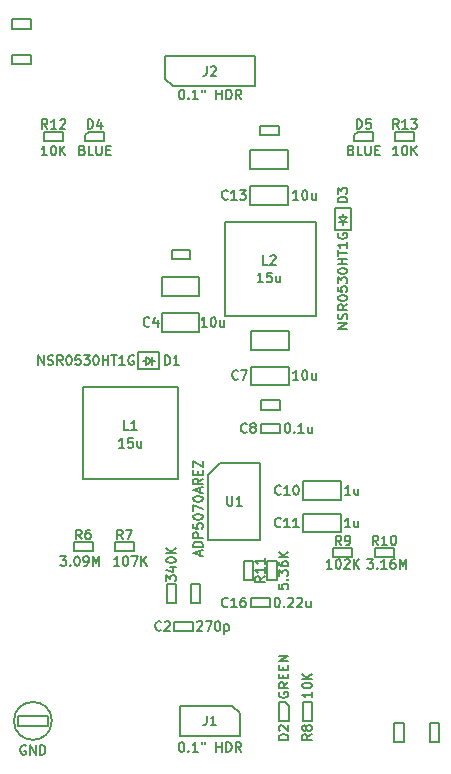
<source format=gbr>
G04 #@! TF.GenerationSoftware,KiCad,Pcbnew,5.1.4*
G04 #@! TF.CreationDate,2019-11-05T22:35:51-05:00*
G04 #@! TF.ProjectId,24_regulator_demo,32345f72-6567-4756-9c61-746f725f6465,rev?*
G04 #@! TF.SameCoordinates,Original*
G04 #@! TF.FileFunction,Other,Fab,Top*
%FSLAX46Y46*%
G04 Gerber Fmt 4.6, Leading zero omitted, Abs format (unit mm)*
G04 Created by KiCad (PCBNEW 5.1.4) date 2019-11-05 22:35:51*
%MOMM*%
%LPD*%
G04 APERTURE LIST*
%ADD10C,0.150000*%
G04 APERTURE END LIST*
D10*
X229866666Y-126361904D02*
X229485714Y-126361904D01*
X229485714Y-125561904D01*
X230095238Y-125638095D02*
X230133333Y-125600000D01*
X230209523Y-125561904D01*
X230400000Y-125561904D01*
X230476190Y-125600000D01*
X230514285Y-125638095D01*
X230552380Y-125714285D01*
X230552380Y-125790476D01*
X230514285Y-125904761D01*
X230057142Y-126361904D01*
X230552380Y-126361904D01*
X218116666Y-140361904D02*
X217735714Y-140361904D01*
X217735714Y-139561904D01*
X218802380Y-140361904D02*
X218345238Y-140361904D01*
X218573809Y-140361904D02*
X218573809Y-139561904D01*
X218497619Y-139676190D01*
X218421428Y-139752380D01*
X218345238Y-139790476D01*
X214250000Y-144500000D02*
X214250000Y-136750000D01*
X222250000Y-144500000D02*
X214250000Y-144500000D01*
X222250000Y-136750000D02*
X222250000Y-144500000D01*
X214250000Y-136750000D02*
X222250000Y-136750000D01*
X226250000Y-130750000D02*
X226250000Y-122750000D01*
X234000000Y-130750000D02*
X226250000Y-130750000D01*
X234000000Y-122750000D02*
X234000000Y-130750000D01*
X226250000Y-122750000D02*
X234000000Y-122750000D01*
X223350000Y-153450000D02*
X224150000Y-153450000D01*
X224150000Y-153450000D02*
X224150000Y-155050000D01*
X224150000Y-155050000D02*
X223350000Y-155050000D01*
X223350000Y-155050000D02*
X223350000Y-153450000D01*
X221950000Y-156600000D02*
X223550000Y-156600000D01*
X221950000Y-157400000D02*
X221950000Y-156600000D01*
X223550000Y-157400000D02*
X221950000Y-157400000D01*
X223550000Y-156600000D02*
X223550000Y-157400000D01*
X223337500Y-125900000D02*
X221737500Y-125900000D01*
X223337500Y-125100000D02*
X223337500Y-125900000D01*
X221737500Y-125100000D02*
X223337500Y-125100000D01*
X221737500Y-125900000D02*
X221737500Y-125100000D01*
X229300000Y-139850000D02*
X230900000Y-139850000D01*
X229300000Y-140650000D02*
X229300000Y-139850000D01*
X230900000Y-140650000D02*
X229300000Y-140650000D01*
X230900000Y-139850000D02*
X230900000Y-140650000D01*
X229300000Y-137850000D02*
X230900000Y-137850000D01*
X229300000Y-138650000D02*
X229300000Y-137850000D01*
X230900000Y-138650000D02*
X229300000Y-138650000D01*
X230900000Y-137850000D02*
X230900000Y-138650000D01*
X229200000Y-115400000D02*
X229200000Y-114600000D01*
X229200000Y-114600000D02*
X230800000Y-114600000D01*
X230800000Y-114600000D02*
X230800000Y-115400000D01*
X230800000Y-115400000D02*
X229200000Y-115400000D01*
X227850000Y-151450000D02*
X228650000Y-151450000D01*
X228650000Y-151450000D02*
X228650000Y-153050000D01*
X228650000Y-153050000D02*
X227850000Y-153050000D01*
X227850000Y-153050000D02*
X227850000Y-151450000D01*
X228450000Y-155400000D02*
X228450000Y-154600000D01*
X228450000Y-154600000D02*
X230050000Y-154600000D01*
X230050000Y-154600000D02*
X230050000Y-155400000D01*
X230050000Y-155400000D02*
X228450000Y-155400000D01*
X220700000Y-135200000D02*
X218900000Y-135200000D01*
X218900000Y-135200000D02*
X218900000Y-133800000D01*
X218900000Y-133800000D02*
X220700000Y-133800000D01*
X220700000Y-133800000D02*
X220700000Y-135200000D01*
X220100000Y-134850000D02*
X220100000Y-134150000D01*
X220100000Y-134500000D02*
X220300000Y-134500000D01*
X220100000Y-134500000D02*
X219600000Y-134850000D01*
X219600000Y-134850000D02*
X219600000Y-134150000D01*
X219600000Y-134150000D02*
X220100000Y-134500000D01*
X219600000Y-134500000D02*
X219350000Y-134500000D01*
X231650000Y-165012500D02*
X231650000Y-163712500D01*
X231650000Y-163712500D02*
X231350000Y-163412500D01*
X231350000Y-163412500D02*
X230850000Y-163412500D01*
X230850000Y-163412500D02*
X230850000Y-165012500D01*
X230850000Y-165012500D02*
X231650000Y-165012500D01*
X236250000Y-122300000D02*
X236250000Y-122050000D01*
X236600000Y-122300000D02*
X236250000Y-122800000D01*
X235900000Y-122300000D02*
X236600000Y-122300000D01*
X236250000Y-122800000D02*
X235900000Y-122300000D01*
X236250000Y-122800000D02*
X236250000Y-123000000D01*
X235900000Y-122800000D02*
X236600000Y-122800000D01*
X236950000Y-123400000D02*
X235550000Y-123400000D01*
X236950000Y-121600000D02*
X236950000Y-123400000D01*
X235550000Y-121600000D02*
X236950000Y-121600000D01*
X235550000Y-123400000D02*
X235550000Y-121600000D01*
X216050000Y-115900000D02*
X216050000Y-115100000D01*
X214450000Y-115900000D02*
X216050000Y-115900000D01*
X214450000Y-115400000D02*
X214450000Y-115900000D01*
X214750000Y-115100000D02*
X214450000Y-115400000D01*
X216050000Y-115100000D02*
X214750000Y-115100000D01*
X238800000Y-115100000D02*
X237500000Y-115100000D01*
X237500000Y-115100000D02*
X237200000Y-115400000D01*
X237200000Y-115400000D02*
X237200000Y-115900000D01*
X237200000Y-115900000D02*
X238800000Y-115900000D01*
X238800000Y-115900000D02*
X238800000Y-115100000D01*
X227520000Y-164365000D02*
X227520000Y-166270000D01*
X227520000Y-166270000D02*
X222440000Y-166270000D01*
X222440000Y-166270000D02*
X222440000Y-163730000D01*
X222440000Y-163730000D02*
X226885000Y-163730000D01*
X226885000Y-163730000D02*
X227520000Y-164365000D01*
X221190000Y-110635000D02*
X221190000Y-108730000D01*
X221190000Y-108730000D02*
X228810000Y-108730000D01*
X228810000Y-108730000D02*
X228810000Y-111270000D01*
X228810000Y-111270000D02*
X221825000Y-111270000D01*
X221825000Y-111270000D02*
X221190000Y-110635000D01*
X222150000Y-155050000D02*
X221350000Y-155050000D01*
X221350000Y-155050000D02*
X221350000Y-153450000D01*
X221350000Y-153450000D02*
X222150000Y-153450000D01*
X222150000Y-153450000D02*
X222150000Y-155050000D01*
X215050000Y-150650000D02*
X213450000Y-150650000D01*
X215050000Y-149850000D02*
X215050000Y-150650000D01*
X213450000Y-149850000D02*
X215050000Y-149850000D01*
X213450000Y-150650000D02*
X213450000Y-149850000D01*
X216950000Y-150650000D02*
X216950000Y-149850000D01*
X216950000Y-149850000D02*
X218550000Y-149850000D01*
X218550000Y-149850000D02*
X218550000Y-150650000D01*
X218550000Y-150650000D02*
X216950000Y-150650000D01*
X232850000Y-165012500D02*
X232850000Y-163412500D01*
X233650000Y-165012500D02*
X232850000Y-165012500D01*
X233650000Y-163412500D02*
X233650000Y-165012500D01*
X232850000Y-163412500D02*
X233650000Y-163412500D01*
X237050000Y-151150000D02*
X235450000Y-151150000D01*
X237050000Y-150350000D02*
X237050000Y-151150000D01*
X235450000Y-150350000D02*
X237050000Y-150350000D01*
X235450000Y-151150000D02*
X235450000Y-150350000D01*
X238987500Y-151150000D02*
X238987500Y-150350000D01*
X238987500Y-150350000D02*
X240587500Y-150350000D01*
X240587500Y-150350000D02*
X240587500Y-151150000D01*
X240587500Y-151150000D02*
X238987500Y-151150000D01*
X230650000Y-153050000D02*
X229850000Y-153050000D01*
X229850000Y-153050000D02*
X229850000Y-151450000D01*
X229850000Y-151450000D02*
X230650000Y-151450000D01*
X230650000Y-151450000D02*
X230650000Y-153050000D01*
X210950000Y-115100000D02*
X212550000Y-115100000D01*
X210950000Y-115900000D02*
X210950000Y-115100000D01*
X212550000Y-115900000D02*
X210950000Y-115900000D01*
X212550000Y-115100000D02*
X212550000Y-115900000D01*
X240700000Y-115100000D02*
X242300000Y-115100000D01*
X240700000Y-115900000D02*
X240700000Y-115100000D01*
X242300000Y-115900000D02*
X240700000Y-115900000D01*
X242300000Y-115100000D02*
X242300000Y-115900000D01*
X208750000Y-164600000D02*
X211250000Y-164600000D01*
X211250000Y-164600000D02*
X211250000Y-165400000D01*
X211250000Y-165400000D02*
X208750000Y-165400000D01*
X208750000Y-165400000D02*
X208750000Y-164600000D01*
X211600000Y-165000000D02*
G75*
G03X211600000Y-165000000I-1600000J0D01*
G01*
X225850000Y-143175000D02*
X229250000Y-143175000D01*
X229250000Y-143175000D02*
X229250000Y-149675000D01*
X229250000Y-149675000D02*
X224850000Y-149675000D01*
X224850000Y-149675000D02*
X224850000Y-144175000D01*
X224850000Y-144175000D02*
X225850000Y-143175000D01*
X224100000Y-129050000D02*
X220900000Y-129050000D01*
X224100000Y-127450000D02*
X224100000Y-129050000D01*
X220900000Y-127450000D02*
X224100000Y-127450000D01*
X220900000Y-129050000D02*
X220900000Y-127450000D01*
X220900000Y-132050000D02*
X220900000Y-130450000D01*
X220900000Y-130450000D02*
X224100000Y-130450000D01*
X224100000Y-130450000D02*
X224100000Y-132050000D01*
X224100000Y-132050000D02*
X220900000Y-132050000D01*
X231700000Y-132000000D02*
X231700000Y-133600000D01*
X231700000Y-133600000D02*
X228500000Y-133600000D01*
X228500000Y-133600000D02*
X228500000Y-132000000D01*
X228500000Y-132000000D02*
X231700000Y-132000000D01*
X228500000Y-135000000D02*
X231700000Y-135000000D01*
X228500000Y-136600000D02*
X228500000Y-135000000D01*
X231700000Y-136600000D02*
X228500000Y-136600000D01*
X231700000Y-135000000D02*
X231700000Y-136600000D01*
X232900000Y-146300000D02*
X232900000Y-144700000D01*
X232900000Y-144700000D02*
X236100000Y-144700000D01*
X236100000Y-144700000D02*
X236100000Y-146300000D01*
X236100000Y-146300000D02*
X232900000Y-146300000D01*
X231600000Y-118300000D02*
X228400000Y-118300000D01*
X231600000Y-116700000D02*
X231600000Y-118300000D01*
X228400000Y-116700000D02*
X231600000Y-116700000D01*
X228400000Y-118300000D02*
X228400000Y-116700000D01*
X228400000Y-121300000D02*
X228400000Y-119700000D01*
X228400000Y-119700000D02*
X231600000Y-119700000D01*
X231600000Y-119700000D02*
X231600000Y-121300000D01*
X231600000Y-121300000D02*
X228400000Y-121300000D01*
X232900000Y-149050000D02*
X232900000Y-147450000D01*
X232900000Y-147450000D02*
X236100000Y-147450000D01*
X236100000Y-147450000D02*
X236100000Y-149050000D01*
X236100000Y-149050000D02*
X232900000Y-149050000D01*
X240600000Y-166800000D02*
X240600000Y-165200000D01*
X241400000Y-166800000D02*
X240600000Y-166800000D01*
X241400000Y-165200000D02*
X241400000Y-166800000D01*
X240600000Y-165200000D02*
X241400000Y-165200000D01*
X243600000Y-165200000D02*
X244400000Y-165200000D01*
X244400000Y-165200000D02*
X244400000Y-166800000D01*
X244400000Y-166800000D02*
X243600000Y-166800000D01*
X243600000Y-166800000D02*
X243600000Y-165200000D01*
X209800000Y-106400000D02*
X208200000Y-106400000D01*
X209800000Y-105600000D02*
X209800000Y-106400000D01*
X208200000Y-105600000D02*
X209800000Y-105600000D01*
X208200000Y-106400000D02*
X208200000Y-105600000D01*
X208200000Y-109400000D02*
X208200000Y-108600000D01*
X208200000Y-108600000D02*
X209800000Y-108600000D01*
X209800000Y-108600000D02*
X209800000Y-109400000D01*
X209800000Y-109400000D02*
X208200000Y-109400000D01*
X223897619Y-156638095D02*
X223935714Y-156600000D01*
X224011904Y-156561904D01*
X224202380Y-156561904D01*
X224278571Y-156600000D01*
X224316666Y-156638095D01*
X224354761Y-156714285D01*
X224354761Y-156790476D01*
X224316666Y-156904761D01*
X223859523Y-157361904D01*
X224354761Y-157361904D01*
X224621428Y-156561904D02*
X225154761Y-156561904D01*
X224811904Y-157361904D01*
X225611904Y-156561904D02*
X225688095Y-156561904D01*
X225764285Y-156600000D01*
X225802380Y-156638095D01*
X225840476Y-156714285D01*
X225878571Y-156866666D01*
X225878571Y-157057142D01*
X225840476Y-157209523D01*
X225802380Y-157285714D01*
X225764285Y-157323809D01*
X225688095Y-157361904D01*
X225611904Y-157361904D01*
X225535714Y-157323809D01*
X225497619Y-157285714D01*
X225459523Y-157209523D01*
X225421428Y-157057142D01*
X225421428Y-156866666D01*
X225459523Y-156714285D01*
X225497619Y-156638095D01*
X225535714Y-156600000D01*
X225611904Y-156561904D01*
X226221428Y-156828571D02*
X226221428Y-157628571D01*
X226221428Y-156866666D02*
X226297619Y-156828571D01*
X226450000Y-156828571D01*
X226526190Y-156866666D01*
X226564285Y-156904761D01*
X226602380Y-156980952D01*
X226602380Y-157209523D01*
X226564285Y-157285714D01*
X226526190Y-157323809D01*
X226450000Y-157361904D01*
X226297619Y-157361904D01*
X226221428Y-157323809D01*
X220866666Y-157285714D02*
X220828571Y-157323809D01*
X220714285Y-157361904D01*
X220638095Y-157361904D01*
X220523809Y-157323809D01*
X220447619Y-157247619D01*
X220409523Y-157171428D01*
X220371428Y-157019047D01*
X220371428Y-156904761D01*
X220409523Y-156752380D01*
X220447619Y-156676190D01*
X220523809Y-156600000D01*
X220638095Y-156561904D01*
X220714285Y-156561904D01*
X220828571Y-156600000D01*
X220866666Y-156638095D01*
X221171428Y-156638095D02*
X221209523Y-156600000D01*
X221285714Y-156561904D01*
X221476190Y-156561904D01*
X221552380Y-156600000D01*
X221590476Y-156638095D01*
X221628571Y-156714285D01*
X221628571Y-156790476D01*
X221590476Y-156904761D01*
X221133333Y-157361904D01*
X221628571Y-157361904D01*
X231528571Y-139811904D02*
X231604761Y-139811904D01*
X231680952Y-139850000D01*
X231719047Y-139888095D01*
X231757142Y-139964285D01*
X231795238Y-140116666D01*
X231795238Y-140307142D01*
X231757142Y-140459523D01*
X231719047Y-140535714D01*
X231680952Y-140573809D01*
X231604761Y-140611904D01*
X231528571Y-140611904D01*
X231452380Y-140573809D01*
X231414285Y-140535714D01*
X231376190Y-140459523D01*
X231338095Y-140307142D01*
X231338095Y-140116666D01*
X231376190Y-139964285D01*
X231414285Y-139888095D01*
X231452380Y-139850000D01*
X231528571Y-139811904D01*
X232138095Y-140535714D02*
X232176190Y-140573809D01*
X232138095Y-140611904D01*
X232100000Y-140573809D01*
X232138095Y-140535714D01*
X232138095Y-140611904D01*
X232938095Y-140611904D02*
X232480952Y-140611904D01*
X232709523Y-140611904D02*
X232709523Y-139811904D01*
X232633333Y-139926190D01*
X232557142Y-140002380D01*
X232480952Y-140040476D01*
X233623809Y-140078571D02*
X233623809Y-140611904D01*
X233280952Y-140078571D02*
X233280952Y-140497619D01*
X233319047Y-140573809D01*
X233395238Y-140611904D01*
X233509523Y-140611904D01*
X233585714Y-140573809D01*
X233623809Y-140535714D01*
X228116666Y-140535714D02*
X228078571Y-140573809D01*
X227964285Y-140611904D01*
X227888095Y-140611904D01*
X227773809Y-140573809D01*
X227697619Y-140497619D01*
X227659523Y-140421428D01*
X227621428Y-140269047D01*
X227621428Y-140154761D01*
X227659523Y-140002380D01*
X227697619Y-139926190D01*
X227773809Y-139850000D01*
X227888095Y-139811904D01*
X227964285Y-139811904D01*
X228078571Y-139850000D01*
X228116666Y-139888095D01*
X228573809Y-140154761D02*
X228497619Y-140116666D01*
X228459523Y-140078571D01*
X228421428Y-140002380D01*
X228421428Y-139964285D01*
X228459523Y-139888095D01*
X228497619Y-139850000D01*
X228573809Y-139811904D01*
X228726190Y-139811904D01*
X228802380Y-139850000D01*
X228840476Y-139888095D01*
X228878571Y-139964285D01*
X228878571Y-140002380D01*
X228840476Y-140078571D01*
X228802380Y-140116666D01*
X228726190Y-140154761D01*
X228573809Y-140154761D01*
X228497619Y-140192857D01*
X228459523Y-140230952D01*
X228421428Y-140307142D01*
X228421428Y-140459523D01*
X228459523Y-140535714D01*
X228497619Y-140573809D01*
X228573809Y-140611904D01*
X228726190Y-140611904D01*
X228802380Y-140573809D01*
X228840476Y-140535714D01*
X228878571Y-140459523D01*
X228878571Y-140307142D01*
X228840476Y-140230952D01*
X228802380Y-140192857D01*
X228726190Y-140154761D01*
X230647619Y-154561904D02*
X230723809Y-154561904D01*
X230800000Y-154600000D01*
X230838095Y-154638095D01*
X230876190Y-154714285D01*
X230914285Y-154866666D01*
X230914285Y-155057142D01*
X230876190Y-155209523D01*
X230838095Y-155285714D01*
X230800000Y-155323809D01*
X230723809Y-155361904D01*
X230647619Y-155361904D01*
X230571428Y-155323809D01*
X230533333Y-155285714D01*
X230495238Y-155209523D01*
X230457142Y-155057142D01*
X230457142Y-154866666D01*
X230495238Y-154714285D01*
X230533333Y-154638095D01*
X230571428Y-154600000D01*
X230647619Y-154561904D01*
X231257142Y-155285714D02*
X231295238Y-155323809D01*
X231257142Y-155361904D01*
X231219047Y-155323809D01*
X231257142Y-155285714D01*
X231257142Y-155361904D01*
X231600000Y-154638095D02*
X231638095Y-154600000D01*
X231714285Y-154561904D01*
X231904761Y-154561904D01*
X231980952Y-154600000D01*
X232019047Y-154638095D01*
X232057142Y-154714285D01*
X232057142Y-154790476D01*
X232019047Y-154904761D01*
X231561904Y-155361904D01*
X232057142Y-155361904D01*
X232361904Y-154638095D02*
X232400000Y-154600000D01*
X232476190Y-154561904D01*
X232666666Y-154561904D01*
X232742857Y-154600000D01*
X232780952Y-154638095D01*
X232819047Y-154714285D01*
X232819047Y-154790476D01*
X232780952Y-154904761D01*
X232323809Y-155361904D01*
X232819047Y-155361904D01*
X233504761Y-154828571D02*
X233504761Y-155361904D01*
X233161904Y-154828571D02*
X233161904Y-155247619D01*
X233200000Y-155323809D01*
X233276190Y-155361904D01*
X233390476Y-155361904D01*
X233466666Y-155323809D01*
X233504761Y-155285714D01*
X226485714Y-155285714D02*
X226447619Y-155323809D01*
X226333333Y-155361904D01*
X226257142Y-155361904D01*
X226142857Y-155323809D01*
X226066666Y-155247619D01*
X226028571Y-155171428D01*
X225990476Y-155019047D01*
X225990476Y-154904761D01*
X226028571Y-154752380D01*
X226066666Y-154676190D01*
X226142857Y-154600000D01*
X226257142Y-154561904D01*
X226333333Y-154561904D01*
X226447619Y-154600000D01*
X226485714Y-154638095D01*
X227247619Y-155361904D02*
X226790476Y-155361904D01*
X227019047Y-155361904D02*
X227019047Y-154561904D01*
X226942857Y-154676190D01*
X226866666Y-154752380D01*
X226790476Y-154790476D01*
X227933333Y-154561904D02*
X227780952Y-154561904D01*
X227704761Y-154600000D01*
X227666666Y-154638095D01*
X227590476Y-154752380D01*
X227552380Y-154904761D01*
X227552380Y-155209523D01*
X227590476Y-155285714D01*
X227628571Y-155323809D01*
X227704761Y-155361904D01*
X227857142Y-155361904D01*
X227933333Y-155323809D01*
X227971428Y-155285714D01*
X228009523Y-155209523D01*
X228009523Y-155019047D01*
X227971428Y-154942857D01*
X227933333Y-154904761D01*
X227857142Y-154866666D01*
X227704761Y-154866666D01*
X227628571Y-154904761D01*
X227590476Y-154942857D01*
X227552380Y-155019047D01*
X210461904Y-134861904D02*
X210461904Y-134061904D01*
X210919047Y-134861904D01*
X210919047Y-134061904D01*
X211261904Y-134823809D02*
X211376190Y-134861904D01*
X211566666Y-134861904D01*
X211642857Y-134823809D01*
X211680952Y-134785714D01*
X211719047Y-134709523D01*
X211719047Y-134633333D01*
X211680952Y-134557142D01*
X211642857Y-134519047D01*
X211566666Y-134480952D01*
X211414285Y-134442857D01*
X211338095Y-134404761D01*
X211300000Y-134366666D01*
X211261904Y-134290476D01*
X211261904Y-134214285D01*
X211300000Y-134138095D01*
X211338095Y-134100000D01*
X211414285Y-134061904D01*
X211604761Y-134061904D01*
X211719047Y-134100000D01*
X212519047Y-134861904D02*
X212252380Y-134480952D01*
X212061904Y-134861904D02*
X212061904Y-134061904D01*
X212366666Y-134061904D01*
X212442857Y-134100000D01*
X212480952Y-134138095D01*
X212519047Y-134214285D01*
X212519047Y-134328571D01*
X212480952Y-134404761D01*
X212442857Y-134442857D01*
X212366666Y-134480952D01*
X212061904Y-134480952D01*
X213014285Y-134061904D02*
X213090476Y-134061904D01*
X213166666Y-134100000D01*
X213204761Y-134138095D01*
X213242857Y-134214285D01*
X213280952Y-134366666D01*
X213280952Y-134557142D01*
X213242857Y-134709523D01*
X213204761Y-134785714D01*
X213166666Y-134823809D01*
X213090476Y-134861904D01*
X213014285Y-134861904D01*
X212938095Y-134823809D01*
X212900000Y-134785714D01*
X212861904Y-134709523D01*
X212823809Y-134557142D01*
X212823809Y-134366666D01*
X212861904Y-134214285D01*
X212900000Y-134138095D01*
X212938095Y-134100000D01*
X213014285Y-134061904D01*
X214004761Y-134061904D02*
X213623809Y-134061904D01*
X213585714Y-134442857D01*
X213623809Y-134404761D01*
X213700000Y-134366666D01*
X213890476Y-134366666D01*
X213966666Y-134404761D01*
X214004761Y-134442857D01*
X214042857Y-134519047D01*
X214042857Y-134709523D01*
X214004761Y-134785714D01*
X213966666Y-134823809D01*
X213890476Y-134861904D01*
X213700000Y-134861904D01*
X213623809Y-134823809D01*
X213585714Y-134785714D01*
X214309523Y-134061904D02*
X214804761Y-134061904D01*
X214538095Y-134366666D01*
X214652380Y-134366666D01*
X214728571Y-134404761D01*
X214766666Y-134442857D01*
X214804761Y-134519047D01*
X214804761Y-134709523D01*
X214766666Y-134785714D01*
X214728571Y-134823809D01*
X214652380Y-134861904D01*
X214423809Y-134861904D01*
X214347619Y-134823809D01*
X214309523Y-134785714D01*
X215300000Y-134061904D02*
X215376190Y-134061904D01*
X215452380Y-134100000D01*
X215490476Y-134138095D01*
X215528571Y-134214285D01*
X215566666Y-134366666D01*
X215566666Y-134557142D01*
X215528571Y-134709523D01*
X215490476Y-134785714D01*
X215452380Y-134823809D01*
X215376190Y-134861904D01*
X215300000Y-134861904D01*
X215223809Y-134823809D01*
X215185714Y-134785714D01*
X215147619Y-134709523D01*
X215109523Y-134557142D01*
X215109523Y-134366666D01*
X215147619Y-134214285D01*
X215185714Y-134138095D01*
X215223809Y-134100000D01*
X215300000Y-134061904D01*
X215909523Y-134861904D02*
X215909523Y-134061904D01*
X215909523Y-134442857D02*
X216366666Y-134442857D01*
X216366666Y-134861904D02*
X216366666Y-134061904D01*
X216633333Y-134061904D02*
X217090476Y-134061904D01*
X216861904Y-134861904D02*
X216861904Y-134061904D01*
X217776190Y-134861904D02*
X217319047Y-134861904D01*
X217547619Y-134861904D02*
X217547619Y-134061904D01*
X217471428Y-134176190D01*
X217395238Y-134252380D01*
X217319047Y-134290476D01*
X218538095Y-134100000D02*
X218461904Y-134061904D01*
X218347619Y-134061904D01*
X218233333Y-134100000D01*
X218157142Y-134176190D01*
X218119047Y-134252380D01*
X218080952Y-134404761D01*
X218080952Y-134519047D01*
X218119047Y-134671428D01*
X218157142Y-134747619D01*
X218233333Y-134823809D01*
X218347619Y-134861904D01*
X218423809Y-134861904D01*
X218538095Y-134823809D01*
X218576190Y-134785714D01*
X218576190Y-134519047D01*
X218423809Y-134519047D01*
X221159523Y-134861904D02*
X221159523Y-134061904D01*
X221350000Y-134061904D01*
X221464285Y-134100000D01*
X221540476Y-134176190D01*
X221578571Y-134252380D01*
X221616666Y-134404761D01*
X221616666Y-134519047D01*
X221578571Y-134671428D01*
X221540476Y-134747619D01*
X221464285Y-134823809D01*
X221350000Y-134861904D01*
X221159523Y-134861904D01*
X222378571Y-134861904D02*
X221921428Y-134861904D01*
X222150000Y-134861904D02*
X222150000Y-134061904D01*
X222073809Y-134176190D01*
X221997619Y-134252380D01*
X221921428Y-134290476D01*
X230850000Y-162583333D02*
X230811904Y-162659523D01*
X230811904Y-162773809D01*
X230850000Y-162888095D01*
X230926190Y-162964285D01*
X231002380Y-163002380D01*
X231154761Y-163040476D01*
X231269047Y-163040476D01*
X231421428Y-163002380D01*
X231497619Y-162964285D01*
X231573809Y-162888095D01*
X231611904Y-162773809D01*
X231611904Y-162697619D01*
X231573809Y-162583333D01*
X231535714Y-162545238D01*
X231269047Y-162545238D01*
X231269047Y-162697619D01*
X231611904Y-161745238D02*
X231230952Y-162011904D01*
X231611904Y-162202380D02*
X230811904Y-162202380D01*
X230811904Y-161897619D01*
X230850000Y-161821428D01*
X230888095Y-161783333D01*
X230964285Y-161745238D01*
X231078571Y-161745238D01*
X231154761Y-161783333D01*
X231192857Y-161821428D01*
X231230952Y-161897619D01*
X231230952Y-162202380D01*
X231192857Y-161402380D02*
X231192857Y-161135714D01*
X231611904Y-161021428D02*
X231611904Y-161402380D01*
X230811904Y-161402380D01*
X230811904Y-161021428D01*
X231192857Y-160678571D02*
X231192857Y-160411904D01*
X231611904Y-160297619D02*
X231611904Y-160678571D01*
X230811904Y-160678571D01*
X230811904Y-160297619D01*
X231611904Y-159954761D02*
X230811904Y-159954761D01*
X231611904Y-159497619D01*
X230811904Y-159497619D01*
X231611904Y-166590476D02*
X230811904Y-166590476D01*
X230811904Y-166400000D01*
X230850000Y-166285714D01*
X230926190Y-166209523D01*
X231002380Y-166171428D01*
X231154761Y-166133333D01*
X231269047Y-166133333D01*
X231421428Y-166171428D01*
X231497619Y-166209523D01*
X231573809Y-166285714D01*
X231611904Y-166400000D01*
X231611904Y-166590476D01*
X230888095Y-165828571D02*
X230850000Y-165790476D01*
X230811904Y-165714285D01*
X230811904Y-165523809D01*
X230850000Y-165447619D01*
X230888095Y-165409523D01*
X230964285Y-165371428D01*
X231040476Y-165371428D01*
X231154761Y-165409523D01*
X231611904Y-165866666D01*
X231611904Y-165371428D01*
X236611904Y-131788095D02*
X235811904Y-131788095D01*
X236611904Y-131330952D01*
X235811904Y-131330952D01*
X236573809Y-130988095D02*
X236611904Y-130873809D01*
X236611904Y-130683333D01*
X236573809Y-130607142D01*
X236535714Y-130569047D01*
X236459523Y-130530952D01*
X236383333Y-130530952D01*
X236307142Y-130569047D01*
X236269047Y-130607142D01*
X236230952Y-130683333D01*
X236192857Y-130835714D01*
X236154761Y-130911904D01*
X236116666Y-130950000D01*
X236040476Y-130988095D01*
X235964285Y-130988095D01*
X235888095Y-130950000D01*
X235850000Y-130911904D01*
X235811904Y-130835714D01*
X235811904Y-130645238D01*
X235850000Y-130530952D01*
X236611904Y-129730952D02*
X236230952Y-129997619D01*
X236611904Y-130188095D02*
X235811904Y-130188095D01*
X235811904Y-129883333D01*
X235850000Y-129807142D01*
X235888095Y-129769047D01*
X235964285Y-129730952D01*
X236078571Y-129730952D01*
X236154761Y-129769047D01*
X236192857Y-129807142D01*
X236230952Y-129883333D01*
X236230952Y-130188095D01*
X235811904Y-129235714D02*
X235811904Y-129159523D01*
X235850000Y-129083333D01*
X235888095Y-129045238D01*
X235964285Y-129007142D01*
X236116666Y-128969047D01*
X236307142Y-128969047D01*
X236459523Y-129007142D01*
X236535714Y-129045238D01*
X236573809Y-129083333D01*
X236611904Y-129159523D01*
X236611904Y-129235714D01*
X236573809Y-129311904D01*
X236535714Y-129350000D01*
X236459523Y-129388095D01*
X236307142Y-129426190D01*
X236116666Y-129426190D01*
X235964285Y-129388095D01*
X235888095Y-129350000D01*
X235850000Y-129311904D01*
X235811904Y-129235714D01*
X235811904Y-128245238D02*
X235811904Y-128626190D01*
X236192857Y-128664285D01*
X236154761Y-128626190D01*
X236116666Y-128550000D01*
X236116666Y-128359523D01*
X236154761Y-128283333D01*
X236192857Y-128245238D01*
X236269047Y-128207142D01*
X236459523Y-128207142D01*
X236535714Y-128245238D01*
X236573809Y-128283333D01*
X236611904Y-128359523D01*
X236611904Y-128550000D01*
X236573809Y-128626190D01*
X236535714Y-128664285D01*
X235811904Y-127940476D02*
X235811904Y-127445238D01*
X236116666Y-127711904D01*
X236116666Y-127597619D01*
X236154761Y-127521428D01*
X236192857Y-127483333D01*
X236269047Y-127445238D01*
X236459523Y-127445238D01*
X236535714Y-127483333D01*
X236573809Y-127521428D01*
X236611904Y-127597619D01*
X236611904Y-127826190D01*
X236573809Y-127902380D01*
X236535714Y-127940476D01*
X235811904Y-126950000D02*
X235811904Y-126873809D01*
X235850000Y-126797619D01*
X235888095Y-126759523D01*
X235964285Y-126721428D01*
X236116666Y-126683333D01*
X236307142Y-126683333D01*
X236459523Y-126721428D01*
X236535714Y-126759523D01*
X236573809Y-126797619D01*
X236611904Y-126873809D01*
X236611904Y-126950000D01*
X236573809Y-127026190D01*
X236535714Y-127064285D01*
X236459523Y-127102380D01*
X236307142Y-127140476D01*
X236116666Y-127140476D01*
X235964285Y-127102380D01*
X235888095Y-127064285D01*
X235850000Y-127026190D01*
X235811904Y-126950000D01*
X236611904Y-126340476D02*
X235811904Y-126340476D01*
X236192857Y-126340476D02*
X236192857Y-125883333D01*
X236611904Y-125883333D02*
X235811904Y-125883333D01*
X235811904Y-125616666D02*
X235811904Y-125159523D01*
X236611904Y-125388095D02*
X235811904Y-125388095D01*
X236611904Y-124473809D02*
X236611904Y-124930952D01*
X236611904Y-124702380D02*
X235811904Y-124702380D01*
X235926190Y-124778571D01*
X236002380Y-124854761D01*
X236040476Y-124930952D01*
X235850000Y-123711904D02*
X235811904Y-123788095D01*
X235811904Y-123902380D01*
X235850000Y-124016666D01*
X235926190Y-124092857D01*
X236002380Y-124130952D01*
X236154761Y-124169047D01*
X236269047Y-124169047D01*
X236421428Y-124130952D01*
X236497619Y-124092857D01*
X236573809Y-124016666D01*
X236611904Y-123902380D01*
X236611904Y-123826190D01*
X236573809Y-123711904D01*
X236535714Y-123673809D01*
X236269047Y-123673809D01*
X236269047Y-123826190D01*
X236611904Y-121090476D02*
X235811904Y-121090476D01*
X235811904Y-120900000D01*
X235850000Y-120785714D01*
X235926190Y-120709523D01*
X236002380Y-120671428D01*
X236154761Y-120633333D01*
X236269047Y-120633333D01*
X236421428Y-120671428D01*
X236497619Y-120709523D01*
X236573809Y-120785714D01*
X236611904Y-120900000D01*
X236611904Y-121090476D01*
X235811904Y-120366666D02*
X235811904Y-119871428D01*
X236116666Y-120138095D01*
X236116666Y-120023809D01*
X236154761Y-119947619D01*
X236192857Y-119909523D01*
X236269047Y-119871428D01*
X236459523Y-119871428D01*
X236535714Y-119909523D01*
X236573809Y-119947619D01*
X236611904Y-120023809D01*
X236611904Y-120252380D01*
X236573809Y-120328571D01*
X236535714Y-120366666D01*
X214202380Y-116692857D02*
X214316666Y-116730952D01*
X214354761Y-116769047D01*
X214392857Y-116845238D01*
X214392857Y-116959523D01*
X214354761Y-117035714D01*
X214316666Y-117073809D01*
X214240476Y-117111904D01*
X213935714Y-117111904D01*
X213935714Y-116311904D01*
X214202380Y-116311904D01*
X214278571Y-116350000D01*
X214316666Y-116388095D01*
X214354761Y-116464285D01*
X214354761Y-116540476D01*
X214316666Y-116616666D01*
X214278571Y-116654761D01*
X214202380Y-116692857D01*
X213935714Y-116692857D01*
X215116666Y-117111904D02*
X214735714Y-117111904D01*
X214735714Y-116311904D01*
X215383333Y-116311904D02*
X215383333Y-116959523D01*
X215421428Y-117035714D01*
X215459523Y-117073809D01*
X215535714Y-117111904D01*
X215688095Y-117111904D01*
X215764285Y-117073809D01*
X215802380Y-117035714D01*
X215840476Y-116959523D01*
X215840476Y-116311904D01*
X216221428Y-116692857D02*
X216488095Y-116692857D01*
X216602380Y-117111904D02*
X216221428Y-117111904D01*
X216221428Y-116311904D01*
X216602380Y-116311904D01*
X214659523Y-114861904D02*
X214659523Y-114061904D01*
X214850000Y-114061904D01*
X214964285Y-114100000D01*
X215040476Y-114176190D01*
X215078571Y-114252380D01*
X215116666Y-114404761D01*
X215116666Y-114519047D01*
X215078571Y-114671428D01*
X215040476Y-114747619D01*
X214964285Y-114823809D01*
X214850000Y-114861904D01*
X214659523Y-114861904D01*
X215802380Y-114328571D02*
X215802380Y-114861904D01*
X215611904Y-114023809D02*
X215421428Y-114595238D01*
X215916666Y-114595238D01*
X236952380Y-116692857D02*
X237066666Y-116730952D01*
X237104761Y-116769047D01*
X237142857Y-116845238D01*
X237142857Y-116959523D01*
X237104761Y-117035714D01*
X237066666Y-117073809D01*
X236990476Y-117111904D01*
X236685714Y-117111904D01*
X236685714Y-116311904D01*
X236952380Y-116311904D01*
X237028571Y-116350000D01*
X237066666Y-116388095D01*
X237104761Y-116464285D01*
X237104761Y-116540476D01*
X237066666Y-116616666D01*
X237028571Y-116654761D01*
X236952380Y-116692857D01*
X236685714Y-116692857D01*
X237866666Y-117111904D02*
X237485714Y-117111904D01*
X237485714Y-116311904D01*
X238133333Y-116311904D02*
X238133333Y-116959523D01*
X238171428Y-117035714D01*
X238209523Y-117073809D01*
X238285714Y-117111904D01*
X238438095Y-117111904D01*
X238514285Y-117073809D01*
X238552380Y-117035714D01*
X238590476Y-116959523D01*
X238590476Y-116311904D01*
X238971428Y-116692857D02*
X239238095Y-116692857D01*
X239352380Y-117111904D02*
X238971428Y-117111904D01*
X238971428Y-116311904D01*
X239352380Y-116311904D01*
X237409523Y-114861904D02*
X237409523Y-114061904D01*
X237600000Y-114061904D01*
X237714285Y-114100000D01*
X237790476Y-114176190D01*
X237828571Y-114252380D01*
X237866666Y-114404761D01*
X237866666Y-114519047D01*
X237828571Y-114671428D01*
X237790476Y-114747619D01*
X237714285Y-114823809D01*
X237600000Y-114861904D01*
X237409523Y-114861904D01*
X238590476Y-114061904D02*
X238209523Y-114061904D01*
X238171428Y-114442857D01*
X238209523Y-114404761D01*
X238285714Y-114366666D01*
X238476190Y-114366666D01*
X238552380Y-114404761D01*
X238590476Y-114442857D01*
X238628571Y-114519047D01*
X238628571Y-114709523D01*
X238590476Y-114785714D01*
X238552380Y-114823809D01*
X238476190Y-114861904D01*
X238285714Y-114861904D01*
X238209523Y-114823809D01*
X238171428Y-114785714D01*
X222561904Y-166811904D02*
X222638095Y-166811904D01*
X222714285Y-166850000D01*
X222752380Y-166888095D01*
X222790476Y-166964285D01*
X222828571Y-167116666D01*
X222828571Y-167307142D01*
X222790476Y-167459523D01*
X222752380Y-167535714D01*
X222714285Y-167573809D01*
X222638095Y-167611904D01*
X222561904Y-167611904D01*
X222485714Y-167573809D01*
X222447619Y-167535714D01*
X222409523Y-167459523D01*
X222371428Y-167307142D01*
X222371428Y-167116666D01*
X222409523Y-166964285D01*
X222447619Y-166888095D01*
X222485714Y-166850000D01*
X222561904Y-166811904D01*
X223171428Y-167535714D02*
X223209523Y-167573809D01*
X223171428Y-167611904D01*
X223133333Y-167573809D01*
X223171428Y-167535714D01*
X223171428Y-167611904D01*
X223971428Y-167611904D02*
X223514285Y-167611904D01*
X223742857Y-167611904D02*
X223742857Y-166811904D01*
X223666666Y-166926190D01*
X223590476Y-167002380D01*
X223514285Y-167040476D01*
X224276190Y-166811904D02*
X224276190Y-166964285D01*
X224580952Y-166811904D02*
X224580952Y-166964285D01*
X225533333Y-167611904D02*
X225533333Y-166811904D01*
X225533333Y-167192857D02*
X225990476Y-167192857D01*
X225990476Y-167611904D02*
X225990476Y-166811904D01*
X226371428Y-167611904D02*
X226371428Y-166811904D01*
X226561904Y-166811904D01*
X226676190Y-166850000D01*
X226752380Y-166926190D01*
X226790476Y-167002380D01*
X226828571Y-167154761D01*
X226828571Y-167269047D01*
X226790476Y-167421428D01*
X226752380Y-167497619D01*
X226676190Y-167573809D01*
X226561904Y-167611904D01*
X226371428Y-167611904D01*
X227628571Y-167611904D02*
X227361904Y-167230952D01*
X227171428Y-167611904D02*
X227171428Y-166811904D01*
X227476190Y-166811904D01*
X227552380Y-166850000D01*
X227590476Y-166888095D01*
X227628571Y-166964285D01*
X227628571Y-167078571D01*
X227590476Y-167154761D01*
X227552380Y-167192857D01*
X227476190Y-167230952D01*
X227171428Y-167230952D01*
X224713333Y-164561904D02*
X224713333Y-165133333D01*
X224675238Y-165247619D01*
X224599047Y-165323809D01*
X224484761Y-165361904D01*
X224408571Y-165361904D01*
X225513333Y-165361904D02*
X225056190Y-165361904D01*
X225284761Y-165361904D02*
X225284761Y-164561904D01*
X225208571Y-164676190D01*
X225132380Y-164752380D01*
X225056190Y-164790476D01*
X222561904Y-111561904D02*
X222638095Y-111561904D01*
X222714285Y-111600000D01*
X222752380Y-111638095D01*
X222790476Y-111714285D01*
X222828571Y-111866666D01*
X222828571Y-112057142D01*
X222790476Y-112209523D01*
X222752380Y-112285714D01*
X222714285Y-112323809D01*
X222638095Y-112361904D01*
X222561904Y-112361904D01*
X222485714Y-112323809D01*
X222447619Y-112285714D01*
X222409523Y-112209523D01*
X222371428Y-112057142D01*
X222371428Y-111866666D01*
X222409523Y-111714285D01*
X222447619Y-111638095D01*
X222485714Y-111600000D01*
X222561904Y-111561904D01*
X223171428Y-112285714D02*
X223209523Y-112323809D01*
X223171428Y-112361904D01*
X223133333Y-112323809D01*
X223171428Y-112285714D01*
X223171428Y-112361904D01*
X223971428Y-112361904D02*
X223514285Y-112361904D01*
X223742857Y-112361904D02*
X223742857Y-111561904D01*
X223666666Y-111676190D01*
X223590476Y-111752380D01*
X223514285Y-111790476D01*
X224276190Y-111561904D02*
X224276190Y-111714285D01*
X224580952Y-111561904D02*
X224580952Y-111714285D01*
X225533333Y-112361904D02*
X225533333Y-111561904D01*
X225533333Y-111942857D02*
X225990476Y-111942857D01*
X225990476Y-112361904D02*
X225990476Y-111561904D01*
X226371428Y-112361904D02*
X226371428Y-111561904D01*
X226561904Y-111561904D01*
X226676190Y-111600000D01*
X226752380Y-111676190D01*
X226790476Y-111752380D01*
X226828571Y-111904761D01*
X226828571Y-112019047D01*
X226790476Y-112171428D01*
X226752380Y-112247619D01*
X226676190Y-112323809D01*
X226561904Y-112361904D01*
X226371428Y-112361904D01*
X227628571Y-112361904D02*
X227361904Y-111980952D01*
X227171428Y-112361904D02*
X227171428Y-111561904D01*
X227476190Y-111561904D01*
X227552380Y-111600000D01*
X227590476Y-111638095D01*
X227628571Y-111714285D01*
X227628571Y-111828571D01*
X227590476Y-111904761D01*
X227552380Y-111942857D01*
X227476190Y-111980952D01*
X227171428Y-111980952D01*
X224733333Y-109561904D02*
X224733333Y-110133333D01*
X224695238Y-110247619D01*
X224619047Y-110323809D01*
X224504761Y-110361904D01*
X224428571Y-110361904D01*
X225076190Y-109638095D02*
X225114285Y-109600000D01*
X225190476Y-109561904D01*
X225380952Y-109561904D01*
X225457142Y-109600000D01*
X225495238Y-109638095D01*
X225533333Y-109714285D01*
X225533333Y-109790476D01*
X225495238Y-109904761D01*
X225038095Y-110361904D01*
X225533333Y-110361904D01*
X217735714Y-141861904D02*
X217278571Y-141861904D01*
X217507142Y-141861904D02*
X217507142Y-141061904D01*
X217430952Y-141176190D01*
X217354761Y-141252380D01*
X217278571Y-141290476D01*
X218459523Y-141061904D02*
X218078571Y-141061904D01*
X218040476Y-141442857D01*
X218078571Y-141404761D01*
X218154761Y-141366666D01*
X218345238Y-141366666D01*
X218421428Y-141404761D01*
X218459523Y-141442857D01*
X218497619Y-141519047D01*
X218497619Y-141709523D01*
X218459523Y-141785714D01*
X218421428Y-141823809D01*
X218345238Y-141861904D01*
X218154761Y-141861904D01*
X218078571Y-141823809D01*
X218040476Y-141785714D01*
X219183333Y-141328571D02*
X219183333Y-141861904D01*
X218840476Y-141328571D02*
X218840476Y-141747619D01*
X218878571Y-141823809D01*
X218954761Y-141861904D01*
X219069047Y-141861904D01*
X219145238Y-141823809D01*
X219183333Y-141785714D01*
X229485714Y-127861904D02*
X229028571Y-127861904D01*
X229257142Y-127861904D02*
X229257142Y-127061904D01*
X229180952Y-127176190D01*
X229104761Y-127252380D01*
X229028571Y-127290476D01*
X230209523Y-127061904D02*
X229828571Y-127061904D01*
X229790476Y-127442857D01*
X229828571Y-127404761D01*
X229904761Y-127366666D01*
X230095238Y-127366666D01*
X230171428Y-127404761D01*
X230209523Y-127442857D01*
X230247619Y-127519047D01*
X230247619Y-127709523D01*
X230209523Y-127785714D01*
X230171428Y-127823809D01*
X230095238Y-127861904D01*
X229904761Y-127861904D01*
X229828571Y-127823809D01*
X229790476Y-127785714D01*
X230933333Y-127328571D02*
X230933333Y-127861904D01*
X230590476Y-127328571D02*
X230590476Y-127747619D01*
X230628571Y-127823809D01*
X230704761Y-127861904D01*
X230819047Y-127861904D01*
X230895238Y-127823809D01*
X230933333Y-127785714D01*
X221311904Y-153178571D02*
X221311904Y-152683333D01*
X221616666Y-152950000D01*
X221616666Y-152835714D01*
X221654761Y-152759523D01*
X221692857Y-152721428D01*
X221769047Y-152683333D01*
X221959523Y-152683333D01*
X222035714Y-152721428D01*
X222073809Y-152759523D01*
X222111904Y-152835714D01*
X222111904Y-153064285D01*
X222073809Y-153140476D01*
X222035714Y-153178571D01*
X221578571Y-151997619D02*
X222111904Y-151997619D01*
X221273809Y-152188095D02*
X221845238Y-152378571D01*
X221845238Y-151883333D01*
X221311904Y-151426190D02*
X221311904Y-151350000D01*
X221350000Y-151273809D01*
X221388095Y-151235714D01*
X221464285Y-151197619D01*
X221616666Y-151159523D01*
X221807142Y-151159523D01*
X221959523Y-151197619D01*
X222035714Y-151235714D01*
X222073809Y-151273809D01*
X222111904Y-151350000D01*
X222111904Y-151426190D01*
X222073809Y-151502380D01*
X222035714Y-151540476D01*
X221959523Y-151578571D01*
X221807142Y-151616666D01*
X221616666Y-151616666D01*
X221464285Y-151578571D01*
X221388095Y-151540476D01*
X221350000Y-151502380D01*
X221311904Y-151426190D01*
X222111904Y-150816666D02*
X221311904Y-150816666D01*
X222111904Y-150359523D02*
X221654761Y-150702380D01*
X221311904Y-150359523D02*
X221769047Y-150816666D01*
X212323809Y-151061904D02*
X212819047Y-151061904D01*
X212552380Y-151366666D01*
X212666666Y-151366666D01*
X212742857Y-151404761D01*
X212780952Y-151442857D01*
X212819047Y-151519047D01*
X212819047Y-151709523D01*
X212780952Y-151785714D01*
X212742857Y-151823809D01*
X212666666Y-151861904D01*
X212438095Y-151861904D01*
X212361904Y-151823809D01*
X212323809Y-151785714D01*
X213161904Y-151785714D02*
X213200000Y-151823809D01*
X213161904Y-151861904D01*
X213123809Y-151823809D01*
X213161904Y-151785714D01*
X213161904Y-151861904D01*
X213695238Y-151061904D02*
X213771428Y-151061904D01*
X213847619Y-151100000D01*
X213885714Y-151138095D01*
X213923809Y-151214285D01*
X213961904Y-151366666D01*
X213961904Y-151557142D01*
X213923809Y-151709523D01*
X213885714Y-151785714D01*
X213847619Y-151823809D01*
X213771428Y-151861904D01*
X213695238Y-151861904D01*
X213619047Y-151823809D01*
X213580952Y-151785714D01*
X213542857Y-151709523D01*
X213504761Y-151557142D01*
X213504761Y-151366666D01*
X213542857Y-151214285D01*
X213580952Y-151138095D01*
X213619047Y-151100000D01*
X213695238Y-151061904D01*
X214342857Y-151861904D02*
X214495238Y-151861904D01*
X214571428Y-151823809D01*
X214609523Y-151785714D01*
X214685714Y-151671428D01*
X214723809Y-151519047D01*
X214723809Y-151214285D01*
X214685714Y-151138095D01*
X214647619Y-151100000D01*
X214571428Y-151061904D01*
X214419047Y-151061904D01*
X214342857Y-151100000D01*
X214304761Y-151138095D01*
X214266666Y-151214285D01*
X214266666Y-151404761D01*
X214304761Y-151480952D01*
X214342857Y-151519047D01*
X214419047Y-151557142D01*
X214571428Y-151557142D01*
X214647619Y-151519047D01*
X214685714Y-151480952D01*
X214723809Y-151404761D01*
X215066666Y-151861904D02*
X215066666Y-151061904D01*
X215333333Y-151633333D01*
X215600000Y-151061904D01*
X215600000Y-151861904D01*
X214116666Y-149611904D02*
X213850000Y-149230952D01*
X213659523Y-149611904D02*
X213659523Y-148811904D01*
X213964285Y-148811904D01*
X214040476Y-148850000D01*
X214078571Y-148888095D01*
X214116666Y-148964285D01*
X214116666Y-149078571D01*
X214078571Y-149154761D01*
X214040476Y-149192857D01*
X213964285Y-149230952D01*
X213659523Y-149230952D01*
X214802380Y-148811904D02*
X214650000Y-148811904D01*
X214573809Y-148850000D01*
X214535714Y-148888095D01*
X214459523Y-149002380D01*
X214421428Y-149154761D01*
X214421428Y-149459523D01*
X214459523Y-149535714D01*
X214497619Y-149573809D01*
X214573809Y-149611904D01*
X214726190Y-149611904D01*
X214802380Y-149573809D01*
X214840476Y-149535714D01*
X214878571Y-149459523D01*
X214878571Y-149269047D01*
X214840476Y-149192857D01*
X214802380Y-149154761D01*
X214726190Y-149116666D01*
X214573809Y-149116666D01*
X214497619Y-149154761D01*
X214459523Y-149192857D01*
X214421428Y-149269047D01*
X217316666Y-151861904D02*
X216859523Y-151861904D01*
X217088095Y-151861904D02*
X217088095Y-151061904D01*
X217011904Y-151176190D01*
X216935714Y-151252380D01*
X216859523Y-151290476D01*
X217811904Y-151061904D02*
X217888095Y-151061904D01*
X217964285Y-151100000D01*
X218002380Y-151138095D01*
X218040476Y-151214285D01*
X218078571Y-151366666D01*
X218078571Y-151557142D01*
X218040476Y-151709523D01*
X218002380Y-151785714D01*
X217964285Y-151823809D01*
X217888095Y-151861904D01*
X217811904Y-151861904D01*
X217735714Y-151823809D01*
X217697619Y-151785714D01*
X217659523Y-151709523D01*
X217621428Y-151557142D01*
X217621428Y-151366666D01*
X217659523Y-151214285D01*
X217697619Y-151138095D01*
X217735714Y-151100000D01*
X217811904Y-151061904D01*
X218345238Y-151061904D02*
X218878571Y-151061904D01*
X218535714Y-151861904D01*
X219183333Y-151861904D02*
X219183333Y-151061904D01*
X219640476Y-151861904D02*
X219297619Y-151404761D01*
X219640476Y-151061904D02*
X219183333Y-151519047D01*
X217616666Y-149611904D02*
X217350000Y-149230952D01*
X217159523Y-149611904D02*
X217159523Y-148811904D01*
X217464285Y-148811904D01*
X217540476Y-148850000D01*
X217578571Y-148888095D01*
X217616666Y-148964285D01*
X217616666Y-149078571D01*
X217578571Y-149154761D01*
X217540476Y-149192857D01*
X217464285Y-149230952D01*
X217159523Y-149230952D01*
X217883333Y-148811904D02*
X218416666Y-148811904D01*
X218073809Y-149611904D01*
X233611904Y-162552380D02*
X233611904Y-163009523D01*
X233611904Y-162780952D02*
X232811904Y-162780952D01*
X232926190Y-162857142D01*
X233002380Y-162933333D01*
X233040476Y-163009523D01*
X232811904Y-162057142D02*
X232811904Y-161980952D01*
X232850000Y-161904761D01*
X232888095Y-161866666D01*
X232964285Y-161828571D01*
X233116666Y-161790476D01*
X233307142Y-161790476D01*
X233459523Y-161828571D01*
X233535714Y-161866666D01*
X233573809Y-161904761D01*
X233611904Y-161980952D01*
X233611904Y-162057142D01*
X233573809Y-162133333D01*
X233535714Y-162171428D01*
X233459523Y-162209523D01*
X233307142Y-162247619D01*
X233116666Y-162247619D01*
X232964285Y-162209523D01*
X232888095Y-162171428D01*
X232850000Y-162133333D01*
X232811904Y-162057142D01*
X233611904Y-161447619D02*
X232811904Y-161447619D01*
X233611904Y-160990476D02*
X233154761Y-161333333D01*
X232811904Y-160990476D02*
X233269047Y-161447619D01*
X233611904Y-166133333D02*
X233230952Y-166400000D01*
X233611904Y-166590476D02*
X232811904Y-166590476D01*
X232811904Y-166285714D01*
X232850000Y-166209523D01*
X232888095Y-166171428D01*
X232964285Y-166133333D01*
X233078571Y-166133333D01*
X233154761Y-166171428D01*
X233192857Y-166209523D01*
X233230952Y-166285714D01*
X233230952Y-166590476D01*
X233154761Y-165676190D02*
X233116666Y-165752380D01*
X233078571Y-165790476D01*
X233002380Y-165828571D01*
X232964285Y-165828571D01*
X232888095Y-165790476D01*
X232850000Y-165752380D01*
X232811904Y-165676190D01*
X232811904Y-165523809D01*
X232850000Y-165447619D01*
X232888095Y-165409523D01*
X232964285Y-165371428D01*
X233002380Y-165371428D01*
X233078571Y-165409523D01*
X233116666Y-165447619D01*
X233154761Y-165523809D01*
X233154761Y-165676190D01*
X233192857Y-165752380D01*
X233230952Y-165790476D01*
X233307142Y-165828571D01*
X233459523Y-165828571D01*
X233535714Y-165790476D01*
X233573809Y-165752380D01*
X233611904Y-165676190D01*
X233611904Y-165523809D01*
X233573809Y-165447619D01*
X233535714Y-165409523D01*
X233459523Y-165371428D01*
X233307142Y-165371428D01*
X233230952Y-165409523D01*
X233192857Y-165447619D01*
X233154761Y-165523809D01*
X235316666Y-152111904D02*
X234859523Y-152111904D01*
X235088095Y-152111904D02*
X235088095Y-151311904D01*
X235011904Y-151426190D01*
X234935714Y-151502380D01*
X234859523Y-151540476D01*
X235811904Y-151311904D02*
X235888095Y-151311904D01*
X235964285Y-151350000D01*
X236002380Y-151388095D01*
X236040476Y-151464285D01*
X236078571Y-151616666D01*
X236078571Y-151807142D01*
X236040476Y-151959523D01*
X236002380Y-152035714D01*
X235964285Y-152073809D01*
X235888095Y-152111904D01*
X235811904Y-152111904D01*
X235735714Y-152073809D01*
X235697619Y-152035714D01*
X235659523Y-151959523D01*
X235621428Y-151807142D01*
X235621428Y-151616666D01*
X235659523Y-151464285D01*
X235697619Y-151388095D01*
X235735714Y-151350000D01*
X235811904Y-151311904D01*
X236383333Y-151388095D02*
X236421428Y-151350000D01*
X236497619Y-151311904D01*
X236688095Y-151311904D01*
X236764285Y-151350000D01*
X236802380Y-151388095D01*
X236840476Y-151464285D01*
X236840476Y-151540476D01*
X236802380Y-151654761D01*
X236345238Y-152111904D01*
X236840476Y-152111904D01*
X237183333Y-152111904D02*
X237183333Y-151311904D01*
X237640476Y-152111904D02*
X237297619Y-151654761D01*
X237640476Y-151311904D02*
X237183333Y-151769047D01*
X236116666Y-150111904D02*
X235850000Y-149730952D01*
X235659523Y-150111904D02*
X235659523Y-149311904D01*
X235964285Y-149311904D01*
X236040476Y-149350000D01*
X236078571Y-149388095D01*
X236116666Y-149464285D01*
X236116666Y-149578571D01*
X236078571Y-149654761D01*
X236040476Y-149692857D01*
X235964285Y-149730952D01*
X235659523Y-149730952D01*
X236497619Y-150111904D02*
X236650000Y-150111904D01*
X236726190Y-150073809D01*
X236764285Y-150035714D01*
X236840476Y-149921428D01*
X236878571Y-149769047D01*
X236878571Y-149464285D01*
X236840476Y-149388095D01*
X236802380Y-149350000D01*
X236726190Y-149311904D01*
X236573809Y-149311904D01*
X236497619Y-149350000D01*
X236459523Y-149388095D01*
X236421428Y-149464285D01*
X236421428Y-149654761D01*
X236459523Y-149730952D01*
X236497619Y-149769047D01*
X236573809Y-149807142D01*
X236726190Y-149807142D01*
X236802380Y-149769047D01*
X236840476Y-149730952D01*
X236878571Y-149654761D01*
X238323809Y-151311904D02*
X238819047Y-151311904D01*
X238552380Y-151616666D01*
X238666666Y-151616666D01*
X238742857Y-151654761D01*
X238780952Y-151692857D01*
X238819047Y-151769047D01*
X238819047Y-151959523D01*
X238780952Y-152035714D01*
X238742857Y-152073809D01*
X238666666Y-152111904D01*
X238438095Y-152111904D01*
X238361904Y-152073809D01*
X238323809Y-152035714D01*
X239161904Y-152035714D02*
X239200000Y-152073809D01*
X239161904Y-152111904D01*
X239123809Y-152073809D01*
X239161904Y-152035714D01*
X239161904Y-152111904D01*
X239961904Y-152111904D02*
X239504761Y-152111904D01*
X239733333Y-152111904D02*
X239733333Y-151311904D01*
X239657142Y-151426190D01*
X239580952Y-151502380D01*
X239504761Y-151540476D01*
X240647619Y-151311904D02*
X240495238Y-151311904D01*
X240419047Y-151350000D01*
X240380952Y-151388095D01*
X240304761Y-151502380D01*
X240266666Y-151654761D01*
X240266666Y-151959523D01*
X240304761Y-152035714D01*
X240342857Y-152073809D01*
X240419047Y-152111904D01*
X240571428Y-152111904D01*
X240647619Y-152073809D01*
X240685714Y-152035714D01*
X240723809Y-151959523D01*
X240723809Y-151769047D01*
X240685714Y-151692857D01*
X240647619Y-151654761D01*
X240571428Y-151616666D01*
X240419047Y-151616666D01*
X240342857Y-151654761D01*
X240304761Y-151692857D01*
X240266666Y-151769047D01*
X241066666Y-152111904D02*
X241066666Y-151311904D01*
X241333333Y-151883333D01*
X241600000Y-151311904D01*
X241600000Y-152111904D01*
X239235714Y-150111904D02*
X238969047Y-149730952D01*
X238778571Y-150111904D02*
X238778571Y-149311904D01*
X239083333Y-149311904D01*
X239159523Y-149350000D01*
X239197619Y-149388095D01*
X239235714Y-149464285D01*
X239235714Y-149578571D01*
X239197619Y-149654761D01*
X239159523Y-149692857D01*
X239083333Y-149730952D01*
X238778571Y-149730952D01*
X239997619Y-150111904D02*
X239540476Y-150111904D01*
X239769047Y-150111904D02*
X239769047Y-149311904D01*
X239692857Y-149426190D01*
X239616666Y-149502380D01*
X239540476Y-149540476D01*
X240492857Y-149311904D02*
X240569047Y-149311904D01*
X240645238Y-149350000D01*
X240683333Y-149388095D01*
X240721428Y-149464285D01*
X240759523Y-149616666D01*
X240759523Y-149807142D01*
X240721428Y-149959523D01*
X240683333Y-150035714D01*
X240645238Y-150073809D01*
X240569047Y-150111904D01*
X240492857Y-150111904D01*
X240416666Y-150073809D01*
X240378571Y-150035714D01*
X240340476Y-149959523D01*
X240302380Y-149807142D01*
X240302380Y-149616666D01*
X240340476Y-149464285D01*
X240378571Y-149388095D01*
X240416666Y-149350000D01*
X240492857Y-149311904D01*
X230811904Y-153411904D02*
X230811904Y-153792857D01*
X231192857Y-153830952D01*
X231154761Y-153792857D01*
X231116666Y-153716666D01*
X231116666Y-153526190D01*
X231154761Y-153450000D01*
X231192857Y-153411904D01*
X231269047Y-153373809D01*
X231459523Y-153373809D01*
X231535714Y-153411904D01*
X231573809Y-153450000D01*
X231611904Y-153526190D01*
X231611904Y-153716666D01*
X231573809Y-153792857D01*
X231535714Y-153830952D01*
X231535714Y-153030952D02*
X231573809Y-152992857D01*
X231611904Y-153030952D01*
X231573809Y-153069047D01*
X231535714Y-153030952D01*
X231611904Y-153030952D01*
X230811904Y-152726190D02*
X230811904Y-152230952D01*
X231116666Y-152497619D01*
X231116666Y-152383333D01*
X231154761Y-152307142D01*
X231192857Y-152269047D01*
X231269047Y-152230952D01*
X231459523Y-152230952D01*
X231535714Y-152269047D01*
X231573809Y-152307142D01*
X231611904Y-152383333D01*
X231611904Y-152611904D01*
X231573809Y-152688095D01*
X231535714Y-152726190D01*
X230811904Y-151545238D02*
X230811904Y-151697619D01*
X230850000Y-151773809D01*
X230888095Y-151811904D01*
X231002380Y-151888095D01*
X231154761Y-151926190D01*
X231459523Y-151926190D01*
X231535714Y-151888095D01*
X231573809Y-151850000D01*
X231611904Y-151773809D01*
X231611904Y-151621428D01*
X231573809Y-151545238D01*
X231535714Y-151507142D01*
X231459523Y-151469047D01*
X231269047Y-151469047D01*
X231192857Y-151507142D01*
X231154761Y-151545238D01*
X231116666Y-151621428D01*
X231116666Y-151773809D01*
X231154761Y-151850000D01*
X231192857Y-151888095D01*
X231269047Y-151926190D01*
X231611904Y-151126190D02*
X230811904Y-151126190D01*
X231611904Y-150669047D02*
X231154761Y-151011904D01*
X230811904Y-150669047D02*
X231269047Y-151126190D01*
X229611904Y-152764285D02*
X229230952Y-153030952D01*
X229611904Y-153221428D02*
X228811904Y-153221428D01*
X228811904Y-152916666D01*
X228850000Y-152840476D01*
X228888095Y-152802380D01*
X228964285Y-152764285D01*
X229078571Y-152764285D01*
X229154761Y-152802380D01*
X229192857Y-152840476D01*
X229230952Y-152916666D01*
X229230952Y-153221428D01*
X229611904Y-152002380D02*
X229611904Y-152459523D01*
X229611904Y-152230952D02*
X228811904Y-152230952D01*
X228926190Y-152307142D01*
X229002380Y-152383333D01*
X229040476Y-152459523D01*
X229611904Y-151240476D02*
X229611904Y-151697619D01*
X229611904Y-151469047D02*
X228811904Y-151469047D01*
X228926190Y-151545238D01*
X229002380Y-151621428D01*
X229040476Y-151697619D01*
X211197619Y-117111904D02*
X210740476Y-117111904D01*
X210969047Y-117111904D02*
X210969047Y-116311904D01*
X210892857Y-116426190D01*
X210816666Y-116502380D01*
X210740476Y-116540476D01*
X211692857Y-116311904D02*
X211769047Y-116311904D01*
X211845238Y-116350000D01*
X211883333Y-116388095D01*
X211921428Y-116464285D01*
X211959523Y-116616666D01*
X211959523Y-116807142D01*
X211921428Y-116959523D01*
X211883333Y-117035714D01*
X211845238Y-117073809D01*
X211769047Y-117111904D01*
X211692857Y-117111904D01*
X211616666Y-117073809D01*
X211578571Y-117035714D01*
X211540476Y-116959523D01*
X211502380Y-116807142D01*
X211502380Y-116616666D01*
X211540476Y-116464285D01*
X211578571Y-116388095D01*
X211616666Y-116350000D01*
X211692857Y-116311904D01*
X212302380Y-117111904D02*
X212302380Y-116311904D01*
X212759523Y-117111904D02*
X212416666Y-116654761D01*
X212759523Y-116311904D02*
X212302380Y-116769047D01*
X211235714Y-114861904D02*
X210969047Y-114480952D01*
X210778571Y-114861904D02*
X210778571Y-114061904D01*
X211083333Y-114061904D01*
X211159523Y-114100000D01*
X211197619Y-114138095D01*
X211235714Y-114214285D01*
X211235714Y-114328571D01*
X211197619Y-114404761D01*
X211159523Y-114442857D01*
X211083333Y-114480952D01*
X210778571Y-114480952D01*
X211997619Y-114861904D02*
X211540476Y-114861904D01*
X211769047Y-114861904D02*
X211769047Y-114061904D01*
X211692857Y-114176190D01*
X211616666Y-114252380D01*
X211540476Y-114290476D01*
X212302380Y-114138095D02*
X212340476Y-114100000D01*
X212416666Y-114061904D01*
X212607142Y-114061904D01*
X212683333Y-114100000D01*
X212721428Y-114138095D01*
X212759523Y-114214285D01*
X212759523Y-114290476D01*
X212721428Y-114404761D01*
X212264285Y-114861904D01*
X212759523Y-114861904D01*
X240947619Y-117111904D02*
X240490476Y-117111904D01*
X240719047Y-117111904D02*
X240719047Y-116311904D01*
X240642857Y-116426190D01*
X240566666Y-116502380D01*
X240490476Y-116540476D01*
X241442857Y-116311904D02*
X241519047Y-116311904D01*
X241595238Y-116350000D01*
X241633333Y-116388095D01*
X241671428Y-116464285D01*
X241709523Y-116616666D01*
X241709523Y-116807142D01*
X241671428Y-116959523D01*
X241633333Y-117035714D01*
X241595238Y-117073809D01*
X241519047Y-117111904D01*
X241442857Y-117111904D01*
X241366666Y-117073809D01*
X241328571Y-117035714D01*
X241290476Y-116959523D01*
X241252380Y-116807142D01*
X241252380Y-116616666D01*
X241290476Y-116464285D01*
X241328571Y-116388095D01*
X241366666Y-116350000D01*
X241442857Y-116311904D01*
X242052380Y-117111904D02*
X242052380Y-116311904D01*
X242509523Y-117111904D02*
X242166666Y-116654761D01*
X242509523Y-116311904D02*
X242052380Y-116769047D01*
X240985714Y-114861904D02*
X240719047Y-114480952D01*
X240528571Y-114861904D02*
X240528571Y-114061904D01*
X240833333Y-114061904D01*
X240909523Y-114100000D01*
X240947619Y-114138095D01*
X240985714Y-114214285D01*
X240985714Y-114328571D01*
X240947619Y-114404761D01*
X240909523Y-114442857D01*
X240833333Y-114480952D01*
X240528571Y-114480952D01*
X241747619Y-114861904D02*
X241290476Y-114861904D01*
X241519047Y-114861904D02*
X241519047Y-114061904D01*
X241442857Y-114176190D01*
X241366666Y-114252380D01*
X241290476Y-114290476D01*
X242014285Y-114061904D02*
X242509523Y-114061904D01*
X242242857Y-114366666D01*
X242357142Y-114366666D01*
X242433333Y-114404761D01*
X242471428Y-114442857D01*
X242509523Y-114519047D01*
X242509523Y-114709523D01*
X242471428Y-114785714D01*
X242433333Y-114823809D01*
X242357142Y-114861904D01*
X242128571Y-114861904D01*
X242052380Y-114823809D01*
X242014285Y-114785714D01*
X209390476Y-167100000D02*
X209314285Y-167061904D01*
X209200000Y-167061904D01*
X209085714Y-167100000D01*
X209009523Y-167176190D01*
X208971428Y-167252380D01*
X208933333Y-167404761D01*
X208933333Y-167519047D01*
X208971428Y-167671428D01*
X209009523Y-167747619D01*
X209085714Y-167823809D01*
X209200000Y-167861904D01*
X209276190Y-167861904D01*
X209390476Y-167823809D01*
X209428571Y-167785714D01*
X209428571Y-167519047D01*
X209276190Y-167519047D01*
X209771428Y-167861904D02*
X209771428Y-167061904D01*
X210228571Y-167861904D01*
X210228571Y-167061904D01*
X210609523Y-167861904D02*
X210609523Y-167061904D01*
X210800000Y-167061904D01*
X210914285Y-167100000D01*
X210990476Y-167176190D01*
X211028571Y-167252380D01*
X211066666Y-167404761D01*
X211066666Y-167519047D01*
X211028571Y-167671428D01*
X210990476Y-167747619D01*
X210914285Y-167823809D01*
X210800000Y-167861904D01*
X210609523Y-167861904D01*
X224133333Y-151000000D02*
X224133333Y-150619047D01*
X224361904Y-151076190D02*
X223561904Y-150809523D01*
X224361904Y-150542857D01*
X224361904Y-150276190D02*
X223561904Y-150276190D01*
X223561904Y-150085714D01*
X223600000Y-149971428D01*
X223676190Y-149895238D01*
X223752380Y-149857142D01*
X223904761Y-149819047D01*
X224019047Y-149819047D01*
X224171428Y-149857142D01*
X224247619Y-149895238D01*
X224323809Y-149971428D01*
X224361904Y-150085714D01*
X224361904Y-150276190D01*
X224361904Y-149476190D02*
X223561904Y-149476190D01*
X223561904Y-149171428D01*
X223600000Y-149095238D01*
X223638095Y-149057142D01*
X223714285Y-149019047D01*
X223828571Y-149019047D01*
X223904761Y-149057142D01*
X223942857Y-149095238D01*
X223980952Y-149171428D01*
X223980952Y-149476190D01*
X223561904Y-148295238D02*
X223561904Y-148676190D01*
X223942857Y-148714285D01*
X223904761Y-148676190D01*
X223866666Y-148600000D01*
X223866666Y-148409523D01*
X223904761Y-148333333D01*
X223942857Y-148295238D01*
X224019047Y-148257142D01*
X224209523Y-148257142D01*
X224285714Y-148295238D01*
X224323809Y-148333333D01*
X224361904Y-148409523D01*
X224361904Y-148600000D01*
X224323809Y-148676190D01*
X224285714Y-148714285D01*
X223561904Y-147761904D02*
X223561904Y-147685714D01*
X223600000Y-147609523D01*
X223638095Y-147571428D01*
X223714285Y-147533333D01*
X223866666Y-147495238D01*
X224057142Y-147495238D01*
X224209523Y-147533333D01*
X224285714Y-147571428D01*
X224323809Y-147609523D01*
X224361904Y-147685714D01*
X224361904Y-147761904D01*
X224323809Y-147838095D01*
X224285714Y-147876190D01*
X224209523Y-147914285D01*
X224057142Y-147952380D01*
X223866666Y-147952380D01*
X223714285Y-147914285D01*
X223638095Y-147876190D01*
X223600000Y-147838095D01*
X223561904Y-147761904D01*
X223561904Y-147228571D02*
X223561904Y-146695238D01*
X224361904Y-147038095D01*
X223561904Y-146238095D02*
X223561904Y-146161904D01*
X223600000Y-146085714D01*
X223638095Y-146047619D01*
X223714285Y-146009523D01*
X223866666Y-145971428D01*
X224057142Y-145971428D01*
X224209523Y-146009523D01*
X224285714Y-146047619D01*
X224323809Y-146085714D01*
X224361904Y-146161904D01*
X224361904Y-146238095D01*
X224323809Y-146314285D01*
X224285714Y-146352380D01*
X224209523Y-146390476D01*
X224057142Y-146428571D01*
X223866666Y-146428571D01*
X223714285Y-146390476D01*
X223638095Y-146352380D01*
X223600000Y-146314285D01*
X223561904Y-146238095D01*
X224133333Y-145666666D02*
X224133333Y-145285714D01*
X224361904Y-145742857D02*
X223561904Y-145476190D01*
X224361904Y-145209523D01*
X224361904Y-144485714D02*
X223980952Y-144752380D01*
X224361904Y-144942857D02*
X223561904Y-144942857D01*
X223561904Y-144638095D01*
X223600000Y-144561904D01*
X223638095Y-144523809D01*
X223714285Y-144485714D01*
X223828571Y-144485714D01*
X223904761Y-144523809D01*
X223942857Y-144561904D01*
X223980952Y-144638095D01*
X223980952Y-144942857D01*
X223942857Y-144142857D02*
X223942857Y-143876190D01*
X224361904Y-143761904D02*
X224361904Y-144142857D01*
X223561904Y-144142857D01*
X223561904Y-143761904D01*
X223561904Y-143495238D02*
X223561904Y-142961904D01*
X224361904Y-143495238D01*
X224361904Y-142961904D01*
X226440476Y-145986904D02*
X226440476Y-146634523D01*
X226478571Y-146710714D01*
X226516666Y-146748809D01*
X226592857Y-146786904D01*
X226745238Y-146786904D01*
X226821428Y-146748809D01*
X226859523Y-146710714D01*
X226897619Y-146634523D01*
X226897619Y-145986904D01*
X227697619Y-146786904D02*
X227240476Y-146786904D01*
X227469047Y-146786904D02*
X227469047Y-145986904D01*
X227392857Y-146101190D01*
X227316666Y-146177380D01*
X227240476Y-146215476D01*
X224735714Y-131611904D02*
X224278571Y-131611904D01*
X224507142Y-131611904D02*
X224507142Y-130811904D01*
X224430952Y-130926190D01*
X224354761Y-131002380D01*
X224278571Y-131040476D01*
X225230952Y-130811904D02*
X225307142Y-130811904D01*
X225383333Y-130850000D01*
X225421428Y-130888095D01*
X225459523Y-130964285D01*
X225497619Y-131116666D01*
X225497619Y-131307142D01*
X225459523Y-131459523D01*
X225421428Y-131535714D01*
X225383333Y-131573809D01*
X225307142Y-131611904D01*
X225230952Y-131611904D01*
X225154761Y-131573809D01*
X225116666Y-131535714D01*
X225078571Y-131459523D01*
X225040476Y-131307142D01*
X225040476Y-131116666D01*
X225078571Y-130964285D01*
X225116666Y-130888095D01*
X225154761Y-130850000D01*
X225230952Y-130811904D01*
X226183333Y-131078571D02*
X226183333Y-131611904D01*
X225840476Y-131078571D02*
X225840476Y-131497619D01*
X225878571Y-131573809D01*
X225954761Y-131611904D01*
X226069047Y-131611904D01*
X226145238Y-131573809D01*
X226183333Y-131535714D01*
X219866666Y-131535714D02*
X219828571Y-131573809D01*
X219714285Y-131611904D01*
X219638095Y-131611904D01*
X219523809Y-131573809D01*
X219447619Y-131497619D01*
X219409523Y-131421428D01*
X219371428Y-131269047D01*
X219371428Y-131154761D01*
X219409523Y-131002380D01*
X219447619Y-130926190D01*
X219523809Y-130850000D01*
X219638095Y-130811904D01*
X219714285Y-130811904D01*
X219828571Y-130850000D01*
X219866666Y-130888095D01*
X220552380Y-131078571D02*
X220552380Y-131611904D01*
X220361904Y-130773809D02*
X220171428Y-131345238D01*
X220666666Y-131345238D01*
X232485714Y-136111904D02*
X232028571Y-136111904D01*
X232257142Y-136111904D02*
X232257142Y-135311904D01*
X232180952Y-135426190D01*
X232104761Y-135502380D01*
X232028571Y-135540476D01*
X232980952Y-135311904D02*
X233057142Y-135311904D01*
X233133333Y-135350000D01*
X233171428Y-135388095D01*
X233209523Y-135464285D01*
X233247619Y-135616666D01*
X233247619Y-135807142D01*
X233209523Y-135959523D01*
X233171428Y-136035714D01*
X233133333Y-136073809D01*
X233057142Y-136111904D01*
X232980952Y-136111904D01*
X232904761Y-136073809D01*
X232866666Y-136035714D01*
X232828571Y-135959523D01*
X232790476Y-135807142D01*
X232790476Y-135616666D01*
X232828571Y-135464285D01*
X232866666Y-135388095D01*
X232904761Y-135350000D01*
X232980952Y-135311904D01*
X233933333Y-135578571D02*
X233933333Y-136111904D01*
X233590476Y-135578571D02*
X233590476Y-135997619D01*
X233628571Y-136073809D01*
X233704761Y-136111904D01*
X233819047Y-136111904D01*
X233895238Y-136073809D01*
X233933333Y-136035714D01*
X227366666Y-136035714D02*
X227328571Y-136073809D01*
X227214285Y-136111904D01*
X227138095Y-136111904D01*
X227023809Y-136073809D01*
X226947619Y-135997619D01*
X226909523Y-135921428D01*
X226871428Y-135769047D01*
X226871428Y-135654761D01*
X226909523Y-135502380D01*
X226947619Y-135426190D01*
X227023809Y-135350000D01*
X227138095Y-135311904D01*
X227214285Y-135311904D01*
X227328571Y-135350000D01*
X227366666Y-135388095D01*
X227633333Y-135311904D02*
X228166666Y-135311904D01*
X227823809Y-136111904D01*
X236866666Y-145861904D02*
X236409523Y-145861904D01*
X236638095Y-145861904D02*
X236638095Y-145061904D01*
X236561904Y-145176190D01*
X236485714Y-145252380D01*
X236409523Y-145290476D01*
X237552380Y-145328571D02*
X237552380Y-145861904D01*
X237209523Y-145328571D02*
X237209523Y-145747619D01*
X237247619Y-145823809D01*
X237323809Y-145861904D01*
X237438095Y-145861904D01*
X237514285Y-145823809D01*
X237552380Y-145785714D01*
X230985714Y-145785714D02*
X230947619Y-145823809D01*
X230833333Y-145861904D01*
X230757142Y-145861904D01*
X230642857Y-145823809D01*
X230566666Y-145747619D01*
X230528571Y-145671428D01*
X230490476Y-145519047D01*
X230490476Y-145404761D01*
X230528571Y-145252380D01*
X230566666Y-145176190D01*
X230642857Y-145100000D01*
X230757142Y-145061904D01*
X230833333Y-145061904D01*
X230947619Y-145100000D01*
X230985714Y-145138095D01*
X231747619Y-145861904D02*
X231290476Y-145861904D01*
X231519047Y-145861904D02*
X231519047Y-145061904D01*
X231442857Y-145176190D01*
X231366666Y-145252380D01*
X231290476Y-145290476D01*
X232242857Y-145061904D02*
X232319047Y-145061904D01*
X232395238Y-145100000D01*
X232433333Y-145138095D01*
X232471428Y-145214285D01*
X232509523Y-145366666D01*
X232509523Y-145557142D01*
X232471428Y-145709523D01*
X232433333Y-145785714D01*
X232395238Y-145823809D01*
X232319047Y-145861904D01*
X232242857Y-145861904D01*
X232166666Y-145823809D01*
X232128571Y-145785714D01*
X232090476Y-145709523D01*
X232052380Y-145557142D01*
X232052380Y-145366666D01*
X232090476Y-145214285D01*
X232128571Y-145138095D01*
X232166666Y-145100000D01*
X232242857Y-145061904D01*
X232485714Y-120861904D02*
X232028571Y-120861904D01*
X232257142Y-120861904D02*
X232257142Y-120061904D01*
X232180952Y-120176190D01*
X232104761Y-120252380D01*
X232028571Y-120290476D01*
X232980952Y-120061904D02*
X233057142Y-120061904D01*
X233133333Y-120100000D01*
X233171428Y-120138095D01*
X233209523Y-120214285D01*
X233247619Y-120366666D01*
X233247619Y-120557142D01*
X233209523Y-120709523D01*
X233171428Y-120785714D01*
X233133333Y-120823809D01*
X233057142Y-120861904D01*
X232980952Y-120861904D01*
X232904761Y-120823809D01*
X232866666Y-120785714D01*
X232828571Y-120709523D01*
X232790476Y-120557142D01*
X232790476Y-120366666D01*
X232828571Y-120214285D01*
X232866666Y-120138095D01*
X232904761Y-120100000D01*
X232980952Y-120061904D01*
X233933333Y-120328571D02*
X233933333Y-120861904D01*
X233590476Y-120328571D02*
X233590476Y-120747619D01*
X233628571Y-120823809D01*
X233704761Y-120861904D01*
X233819047Y-120861904D01*
X233895238Y-120823809D01*
X233933333Y-120785714D01*
X226485714Y-120785714D02*
X226447619Y-120823809D01*
X226333333Y-120861904D01*
X226257142Y-120861904D01*
X226142857Y-120823809D01*
X226066666Y-120747619D01*
X226028571Y-120671428D01*
X225990476Y-120519047D01*
X225990476Y-120404761D01*
X226028571Y-120252380D01*
X226066666Y-120176190D01*
X226142857Y-120100000D01*
X226257142Y-120061904D01*
X226333333Y-120061904D01*
X226447619Y-120100000D01*
X226485714Y-120138095D01*
X227247619Y-120861904D02*
X226790476Y-120861904D01*
X227019047Y-120861904D02*
X227019047Y-120061904D01*
X226942857Y-120176190D01*
X226866666Y-120252380D01*
X226790476Y-120290476D01*
X227514285Y-120061904D02*
X228009523Y-120061904D01*
X227742857Y-120366666D01*
X227857142Y-120366666D01*
X227933333Y-120404761D01*
X227971428Y-120442857D01*
X228009523Y-120519047D01*
X228009523Y-120709523D01*
X227971428Y-120785714D01*
X227933333Y-120823809D01*
X227857142Y-120861904D01*
X227628571Y-120861904D01*
X227552380Y-120823809D01*
X227514285Y-120785714D01*
X236866666Y-148611904D02*
X236409523Y-148611904D01*
X236638095Y-148611904D02*
X236638095Y-147811904D01*
X236561904Y-147926190D01*
X236485714Y-148002380D01*
X236409523Y-148040476D01*
X237552380Y-148078571D02*
X237552380Y-148611904D01*
X237209523Y-148078571D02*
X237209523Y-148497619D01*
X237247619Y-148573809D01*
X237323809Y-148611904D01*
X237438095Y-148611904D01*
X237514285Y-148573809D01*
X237552380Y-148535714D01*
X230985714Y-148535714D02*
X230947619Y-148573809D01*
X230833333Y-148611904D01*
X230757142Y-148611904D01*
X230642857Y-148573809D01*
X230566666Y-148497619D01*
X230528571Y-148421428D01*
X230490476Y-148269047D01*
X230490476Y-148154761D01*
X230528571Y-148002380D01*
X230566666Y-147926190D01*
X230642857Y-147850000D01*
X230757142Y-147811904D01*
X230833333Y-147811904D01*
X230947619Y-147850000D01*
X230985714Y-147888095D01*
X231747619Y-148611904D02*
X231290476Y-148611904D01*
X231519047Y-148611904D02*
X231519047Y-147811904D01*
X231442857Y-147926190D01*
X231366666Y-148002380D01*
X231290476Y-148040476D01*
X232509523Y-148611904D02*
X232052380Y-148611904D01*
X232280952Y-148611904D02*
X232280952Y-147811904D01*
X232204761Y-147926190D01*
X232128571Y-148002380D01*
X232052380Y-148040476D01*
M02*

</source>
